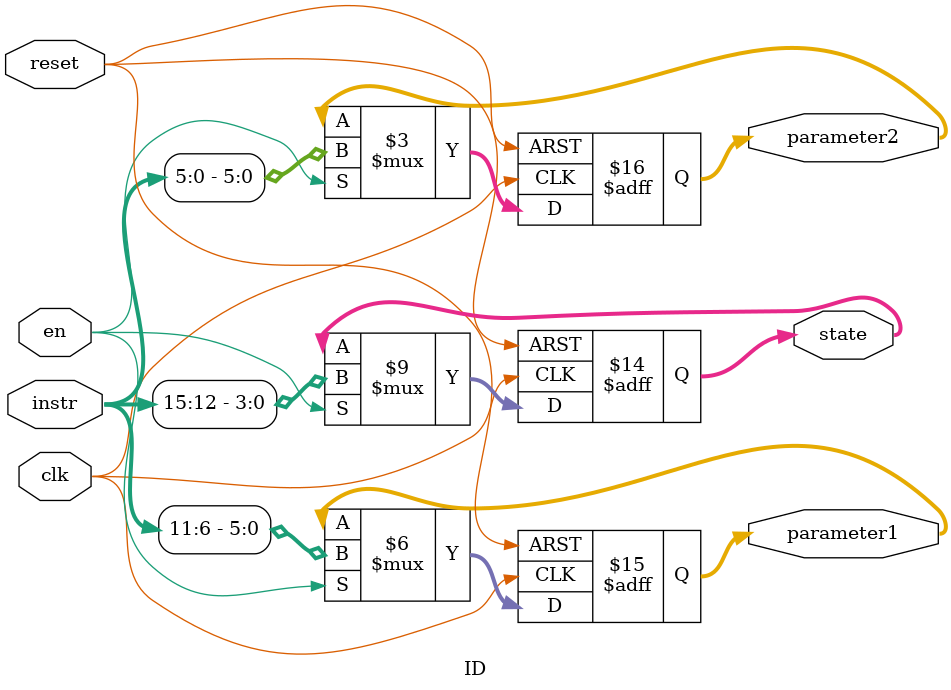
<source format=v>

/*module ID(en,instr,reset,state,parameter1,parameter2);
input[15:0] instr;
input en,reset;
output[3:0] state;
output[5:0] parameter1,parameter2;
reg[5:0] parameter1,parameter2;
reg[3:0] state;
reg[15:0] instrReg;
reg regParameter;


always@(posedge reset or posedge en)
begin
if(reset) 
begin
parameter1=6'b0;
parameter2=6'b0;
state=4'b0;
instrReg=16'b0;
end
else

begin
instrReg=instr;
state=instrReg[15:12];
parameter1=instrReg[11:6];
parameter2=instrReg[5:0];

end 
end
endmodule
*/
module ID(clk,en,instr,reset,state,parameter1,parameter2);
input[15:0] instr;
input clk,en,reset;
output[3:0] state;
output[5:0] parameter1,parameter2;
reg[5:0] parameter1,parameter2;
reg[3:0] state;
reg[15:0] instrReg;
reg regParameter;


always@(posedge reset or posedge clk)
begin
if(reset) 
begin
parameter1=6'b0;
parameter2=6'b0;
state=4'b0;
instrReg=16'b0;
end
else if(en)

begin
instrReg=instr;
state=instrReg[15:12];
parameter1=instrReg[11:6];
parameter2=instrReg[5:0];

end 
end
endmodule

</source>
